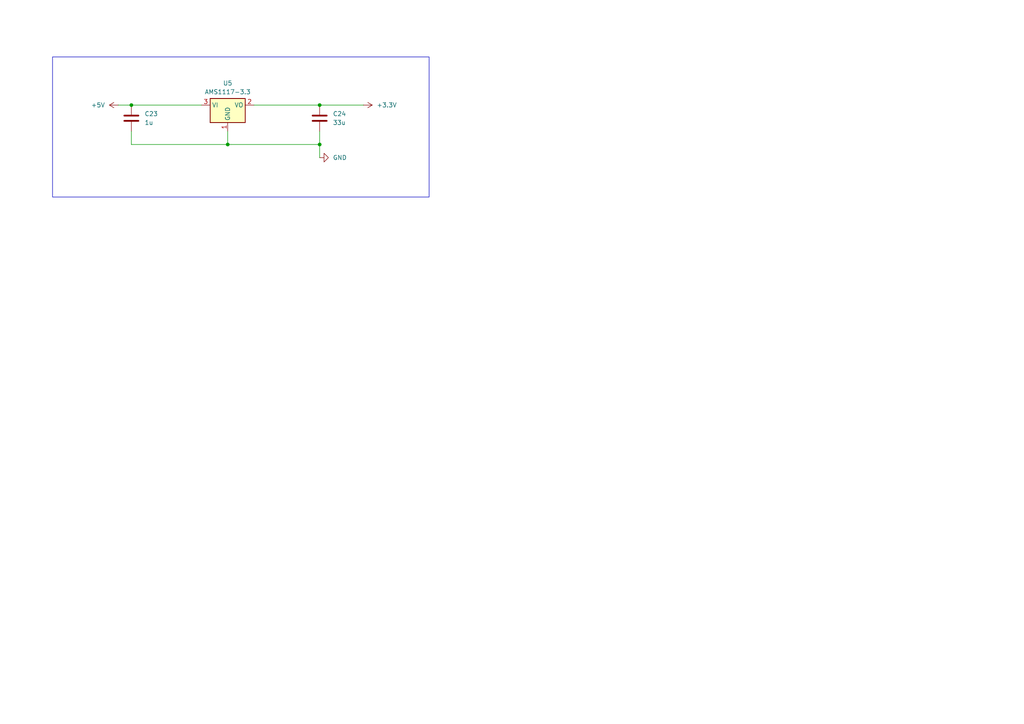
<source format=kicad_sch>
(kicad_sch (version 20250114) (generator "eeschema") (generator_version "9.0")
  (paper "A4")
  (lib_symbols
    (symbol "Device:C" (pin_numbers (hide yes)) (pin_names (offset 0.254))
      (property "Reference" "C" (at 0.635 2.54 0))
      (property "Value" "C" (at 0.635 -2.54 0))
      (symbol "C_0_1"
        (polyline (pts (xy -2.032 0.762) (xy 2.032 0.762)) (stroke (width 0.508)))
        (polyline (pts (xy -2.032 -0.762) (xy 2.032 -0.762)) (stroke (width 0.508)))
      )
      (symbol "C_1_1"
        (pin passive line (at 0 3.81 270) (length 2.794) (name "~") (number "1"))
        (pin passive line (at 0 -3.81 90) (length 2.794) (name "~") (number "2"))
      )
    )
    (symbol "Regulator_Linear:AMS1117-3.3"
      (property "Reference" "U" (at -3.81 3.175 0))
      (property "Value" "AMS1117-3.3" (at 0 3.175 0))
      (symbol "AMS1117-3.3_0_1"
        (rectangle (start -5.08 -5.08) (end 5.08 1.905) (stroke (width 0.254)) (fill (type background)))
      )
      (symbol "AMS1117-3.3_1_1"
        (pin power_in line (at -7.62 0 0) (length 2.54) (name "VI") (number "3"))
        (pin power_in line (at 0 -7.62 90) (length 2.54) (name "GND") (number "1"))
        (pin power_out line (at 7.62 0 180) (length 2.54) (name "VO") (number "2"))
      )
    )
    (symbol "power:+3.3V" (power) (pin_numbers (hide yes)) (pin_names (offset 0) (hide yes))
      (property "Value" "+3.3V" (at 0 3.556 0))
      (symbol "+3.3V_0_1"
        (polyline (pts (xy -0.762 1.27) (xy 0 2.54)))
        (polyline (pts (xy 0 2.54) (xy 0.762 1.27)))
        (polyline (pts (xy 0 0) (xy 0 2.54)))
      )
      (symbol "+3.3V_1_1"
        (pin power_in line (at 0 0 90) (length 0) (name "~") (number "1"))
      )
    )
    (symbol "power:+5V" (power) (pin_numbers (hide yes)) (pin_names (offset 0) (hide yes))
      (property "Value" "+5V" (at 0 3.556 0))
      (symbol "+5V_0_1"
        (polyline (pts (xy -0.762 1.27) (xy 0 2.54)))
        (polyline (pts (xy 0 2.54) (xy 0.762 1.27)))
        (polyline (pts (xy 0 0) (xy 0 2.54)))
      )
      (symbol "+5V_1_1"
        (pin power_in line (at 0 0 90) (length 0) (name "~") (number "1"))
      )
    )
    (symbol "power:GND" (power) (pin_numbers (hide yes)) (pin_names (offset 0) (hide yes))
      (property "Value" "GND" (at 0 -3.81 0))
      (symbol "GND_0_1"
        (polyline (pts (xy 0 0) (xy 0 -1.27) (xy 1.27 -1.27) (xy 0 -2.54) (xy -1.27 -1.27) (xy 0 -1.27)))
      )
      (symbol "GND_1_1"
        (pin power_in line (at 0 0 270) (length 0) (name "~") (number "1"))
      )
    )
  )
  (rectangle (start 15.24 16.51) (end 124.46 57.15))
  (junction (at 38.1 30.48))
  (junction (at 92.71 41.91))
  (junction (at 92.71 30.48))
  (junction (at 66.04 41.91))
  (wire (pts (xy 66.04 38.1) (xy 66.04 41.91)))
  (wire (pts (xy 92.71 41.91) (xy 92.71 38.1)))
  (wire (pts (xy 38.1 41.91) (xy 66.04 41.91)))
  (wire (pts (xy 34.29 30.48) (xy 38.1 30.48)))
  (wire (pts (xy 38.1 30.48) (xy 58.42 30.48)))
  (wire (pts (xy 92.71 30.48) (xy 105.41 30.48)))
  (wire (pts (xy 73.66 30.48) (xy 92.71 30.48)))
  (wire (pts (xy 92.71 45.72) (xy 92.71 41.91)))
  (wire (pts (xy 66.04 41.91) (xy 92.71 41.91)))
  (wire (pts (xy 38.1 41.91) (xy 38.1 38.1)))
  (symbol (lib_id "power:+5V") (at 34.29 30.48 90) (unit 1)
    (property "Reference" "#PWR043" (effects (hide yes)))
    (property "Value" "+5V" (at 30.48 30.4799 90) (effects (justify left)))
    (property "Description" "Power symbol creates a global label with name \"+5V\"" (effects (hide yes)))
  )
  (symbol (lib_id "power:+3.3V") (at 105.41 30.48 270) (unit 1)
    (property "Reference" "#PWR066" (effects (hide yes)))
    (property "Value" "+3.3V" (at 109.22 30.4799 90) (effects (justify left)))
    (property "Description" "Power symbol creates a global label with name \"+3.3V\"" (effects (hide yes)))
  )
  (symbol (lib_id "Device:C") (at 92.71 34.29 0) (unit 1)
    (property "Reference" "C24" (at 96.52 33.0199 0) (effects (justify left)))
    (property "Value" "33u" (at 96.52 35.5599 0) (effects (justify left)))
    (property "Footprint" "Capacitor_SMD:C_0805_2012Metric_Pad1.18x1.45mm_HandSolder" (effects (hide yes)))
    (property "Description" "Unpolarized capacitor" (effects (hide yes)))
  )
  (symbol (lib_id "Regulator_Linear:AMS1117-3.3") (at 66.04 30.48 0) (unit 1)
    (property "Reference" "U5" (at 66.04 24.13 0))
    (property "Value" "AMS1117-3.3" (at 66.04 26.67 0))
    (property "Footprint" "Package_TO_SOT_SMD:SOT-223-3_TabPin2" (effects (hide yes)))
    (property "Datasheet" "http://www.advanced-monolithic.com/pdf/ds1117.pdf" (effects (hide yes)))
    (property "Description" "1A Low Dropout regulator, positive, 3.3V fixed output, SOT-223" (effects (hide yes)))
  )
  (symbol (lib_id "power:GND") (at 92.71 45.72 90) (unit 1)
    (property "Reference" "#PWR058" (effects (hide yes)))
    (property "Value" "GND" (at 96.52 45.7199 90) (effects (justify right)))
    (property "Description" "Power symbol creates a global label with name \"GND\" , ground" (effects (hide yes)))
  )
  (symbol (lib_id "Device:C") (at 38.1 34.29 0) (unit 1)
    (property "Reference" "C23" (at 41.91 33.0199 0) (effects (justify left)))
    (property "Value" "1u" (at 41.91 35.5599 0) (effects (justify left)))
    (property "Footprint" "Capacitor_SMD:C_0805_2012Metric_Pad1.18x1.45mm_HandSolder" (effects (hide yes)))
    (property "Description" "Unpolarized capacitor" (effects (hide yes)))
  )
)
</source>
